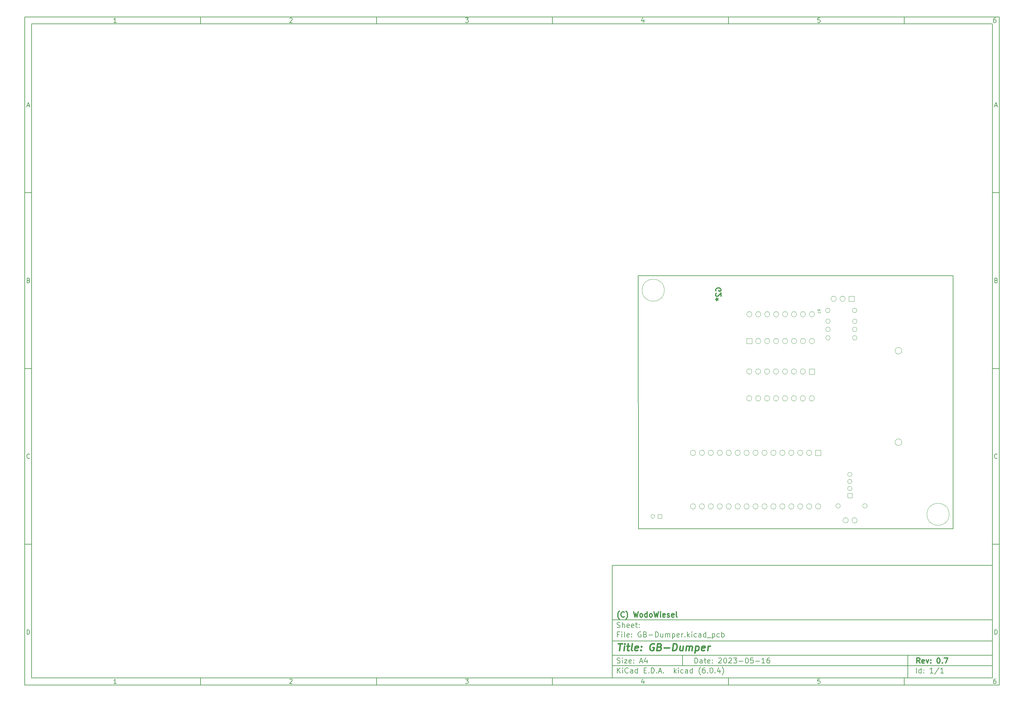
<source format=gbr>
%TF.GenerationSoftware,KiCad,Pcbnew,(6.0.4)*%
%TF.CreationDate,2023-10-22T17:32:39+02:00*%
%TF.ProjectId,GB-Dumper,47422d44-756d-4706-9572-2e6b69636164,0.7*%
%TF.SameCoordinates,Original*%
%TF.FileFunction,AssemblyDrawing,Bot*%
%FSLAX46Y46*%
G04 Gerber Fmt 4.6, Leading zero omitted, Abs format (unit mm)*
G04 Created by KiCad (PCBNEW (6.0.4)) date 2023-10-22 17:32:39*
%MOMM*%
%LPD*%
G01*
G04 APERTURE LIST*
%ADD10C,0.100000*%
%ADD11C,0.150000*%
%ADD12C,0.300000*%
%ADD13C,0.400000*%
%TA.AperFunction,Profile*%
%ADD14C,0.150000*%
%TD*%
%ADD15C,0.108000*%
G04 APERTURE END LIST*
D10*
D11*
X177002200Y-166007200D02*
X177002200Y-198007200D01*
X285002200Y-198007200D01*
X285002200Y-166007200D01*
X177002200Y-166007200D01*
D10*
D11*
X10000000Y-10000000D02*
X10000000Y-200007200D01*
X287002200Y-200007200D01*
X287002200Y-10000000D01*
X10000000Y-10000000D01*
D10*
D11*
X12000000Y-12000000D02*
X12000000Y-198007200D01*
X285002200Y-198007200D01*
X285002200Y-12000000D01*
X12000000Y-12000000D01*
D10*
D11*
X60000000Y-12000000D02*
X60000000Y-10000000D01*
D10*
D11*
X110000000Y-12000000D02*
X110000000Y-10000000D01*
D10*
D11*
X160000000Y-12000000D02*
X160000000Y-10000000D01*
D10*
D11*
X210000000Y-12000000D02*
X210000000Y-10000000D01*
D10*
D11*
X260000000Y-12000000D02*
X260000000Y-10000000D01*
D10*
D11*
X36065476Y-11588095D02*
X35322619Y-11588095D01*
X35694047Y-11588095D02*
X35694047Y-10288095D01*
X35570238Y-10473809D01*
X35446428Y-10597619D01*
X35322619Y-10659523D01*
D10*
D11*
X85322619Y-10411904D02*
X85384523Y-10350000D01*
X85508333Y-10288095D01*
X85817857Y-10288095D01*
X85941666Y-10350000D01*
X86003571Y-10411904D01*
X86065476Y-10535714D01*
X86065476Y-10659523D01*
X86003571Y-10845238D01*
X85260714Y-11588095D01*
X86065476Y-11588095D01*
D10*
D11*
X135260714Y-10288095D02*
X136065476Y-10288095D01*
X135632142Y-10783333D01*
X135817857Y-10783333D01*
X135941666Y-10845238D01*
X136003571Y-10907142D01*
X136065476Y-11030952D01*
X136065476Y-11340476D01*
X136003571Y-11464285D01*
X135941666Y-11526190D01*
X135817857Y-11588095D01*
X135446428Y-11588095D01*
X135322619Y-11526190D01*
X135260714Y-11464285D01*
D10*
D11*
X185941666Y-10721428D02*
X185941666Y-11588095D01*
X185632142Y-10226190D02*
X185322619Y-11154761D01*
X186127380Y-11154761D01*
D10*
D11*
X236003571Y-10288095D02*
X235384523Y-10288095D01*
X235322619Y-10907142D01*
X235384523Y-10845238D01*
X235508333Y-10783333D01*
X235817857Y-10783333D01*
X235941666Y-10845238D01*
X236003571Y-10907142D01*
X236065476Y-11030952D01*
X236065476Y-11340476D01*
X236003571Y-11464285D01*
X235941666Y-11526190D01*
X235817857Y-11588095D01*
X235508333Y-11588095D01*
X235384523Y-11526190D01*
X235322619Y-11464285D01*
D10*
D11*
X285941666Y-10288095D02*
X285694047Y-10288095D01*
X285570238Y-10350000D01*
X285508333Y-10411904D01*
X285384523Y-10597619D01*
X285322619Y-10845238D01*
X285322619Y-11340476D01*
X285384523Y-11464285D01*
X285446428Y-11526190D01*
X285570238Y-11588095D01*
X285817857Y-11588095D01*
X285941666Y-11526190D01*
X286003571Y-11464285D01*
X286065476Y-11340476D01*
X286065476Y-11030952D01*
X286003571Y-10907142D01*
X285941666Y-10845238D01*
X285817857Y-10783333D01*
X285570238Y-10783333D01*
X285446428Y-10845238D01*
X285384523Y-10907142D01*
X285322619Y-11030952D01*
D10*
D11*
X60000000Y-198007200D02*
X60000000Y-200007200D01*
D10*
D11*
X110000000Y-198007200D02*
X110000000Y-200007200D01*
D10*
D11*
X160000000Y-198007200D02*
X160000000Y-200007200D01*
D10*
D11*
X210000000Y-198007200D02*
X210000000Y-200007200D01*
D10*
D11*
X260000000Y-198007200D02*
X260000000Y-200007200D01*
D10*
D11*
X36065476Y-199595295D02*
X35322619Y-199595295D01*
X35694047Y-199595295D02*
X35694047Y-198295295D01*
X35570238Y-198481009D01*
X35446428Y-198604819D01*
X35322619Y-198666723D01*
D10*
D11*
X85322619Y-198419104D02*
X85384523Y-198357200D01*
X85508333Y-198295295D01*
X85817857Y-198295295D01*
X85941666Y-198357200D01*
X86003571Y-198419104D01*
X86065476Y-198542914D01*
X86065476Y-198666723D01*
X86003571Y-198852438D01*
X85260714Y-199595295D01*
X86065476Y-199595295D01*
D10*
D11*
X135260714Y-198295295D02*
X136065476Y-198295295D01*
X135632142Y-198790533D01*
X135817857Y-198790533D01*
X135941666Y-198852438D01*
X136003571Y-198914342D01*
X136065476Y-199038152D01*
X136065476Y-199347676D01*
X136003571Y-199471485D01*
X135941666Y-199533390D01*
X135817857Y-199595295D01*
X135446428Y-199595295D01*
X135322619Y-199533390D01*
X135260714Y-199471485D01*
D10*
D11*
X185941666Y-198728628D02*
X185941666Y-199595295D01*
X185632142Y-198233390D02*
X185322619Y-199161961D01*
X186127380Y-199161961D01*
D10*
D11*
X236003571Y-198295295D02*
X235384523Y-198295295D01*
X235322619Y-198914342D01*
X235384523Y-198852438D01*
X235508333Y-198790533D01*
X235817857Y-198790533D01*
X235941666Y-198852438D01*
X236003571Y-198914342D01*
X236065476Y-199038152D01*
X236065476Y-199347676D01*
X236003571Y-199471485D01*
X235941666Y-199533390D01*
X235817857Y-199595295D01*
X235508333Y-199595295D01*
X235384523Y-199533390D01*
X235322619Y-199471485D01*
D10*
D11*
X285941666Y-198295295D02*
X285694047Y-198295295D01*
X285570238Y-198357200D01*
X285508333Y-198419104D01*
X285384523Y-198604819D01*
X285322619Y-198852438D01*
X285322619Y-199347676D01*
X285384523Y-199471485D01*
X285446428Y-199533390D01*
X285570238Y-199595295D01*
X285817857Y-199595295D01*
X285941666Y-199533390D01*
X286003571Y-199471485D01*
X286065476Y-199347676D01*
X286065476Y-199038152D01*
X286003571Y-198914342D01*
X285941666Y-198852438D01*
X285817857Y-198790533D01*
X285570238Y-198790533D01*
X285446428Y-198852438D01*
X285384523Y-198914342D01*
X285322619Y-199038152D01*
D10*
D11*
X10000000Y-60000000D02*
X12000000Y-60000000D01*
D10*
D11*
X10000000Y-110000000D02*
X12000000Y-110000000D01*
D10*
D11*
X10000000Y-160000000D02*
X12000000Y-160000000D01*
D10*
D11*
X10690476Y-35216666D02*
X11309523Y-35216666D01*
X10566666Y-35588095D02*
X11000000Y-34288095D01*
X11433333Y-35588095D01*
D10*
D11*
X11092857Y-84907142D02*
X11278571Y-84969047D01*
X11340476Y-85030952D01*
X11402380Y-85154761D01*
X11402380Y-85340476D01*
X11340476Y-85464285D01*
X11278571Y-85526190D01*
X11154761Y-85588095D01*
X10659523Y-85588095D01*
X10659523Y-84288095D01*
X11092857Y-84288095D01*
X11216666Y-84350000D01*
X11278571Y-84411904D01*
X11340476Y-84535714D01*
X11340476Y-84659523D01*
X11278571Y-84783333D01*
X11216666Y-84845238D01*
X11092857Y-84907142D01*
X10659523Y-84907142D01*
D10*
D11*
X11402380Y-135464285D02*
X11340476Y-135526190D01*
X11154761Y-135588095D01*
X11030952Y-135588095D01*
X10845238Y-135526190D01*
X10721428Y-135402380D01*
X10659523Y-135278571D01*
X10597619Y-135030952D01*
X10597619Y-134845238D01*
X10659523Y-134597619D01*
X10721428Y-134473809D01*
X10845238Y-134350000D01*
X11030952Y-134288095D01*
X11154761Y-134288095D01*
X11340476Y-134350000D01*
X11402380Y-134411904D01*
D10*
D11*
X10659523Y-185588095D02*
X10659523Y-184288095D01*
X10969047Y-184288095D01*
X11154761Y-184350000D01*
X11278571Y-184473809D01*
X11340476Y-184597619D01*
X11402380Y-184845238D01*
X11402380Y-185030952D01*
X11340476Y-185278571D01*
X11278571Y-185402380D01*
X11154761Y-185526190D01*
X10969047Y-185588095D01*
X10659523Y-185588095D01*
D10*
D11*
X287002200Y-60000000D02*
X285002200Y-60000000D01*
D10*
D11*
X287002200Y-110000000D02*
X285002200Y-110000000D01*
D10*
D11*
X287002200Y-160000000D02*
X285002200Y-160000000D01*
D10*
D11*
X285692676Y-35216666D02*
X286311723Y-35216666D01*
X285568866Y-35588095D02*
X286002200Y-34288095D01*
X286435533Y-35588095D01*
D10*
D11*
X286095057Y-84907142D02*
X286280771Y-84969047D01*
X286342676Y-85030952D01*
X286404580Y-85154761D01*
X286404580Y-85340476D01*
X286342676Y-85464285D01*
X286280771Y-85526190D01*
X286156961Y-85588095D01*
X285661723Y-85588095D01*
X285661723Y-84288095D01*
X286095057Y-84288095D01*
X286218866Y-84350000D01*
X286280771Y-84411904D01*
X286342676Y-84535714D01*
X286342676Y-84659523D01*
X286280771Y-84783333D01*
X286218866Y-84845238D01*
X286095057Y-84907142D01*
X285661723Y-84907142D01*
D10*
D11*
X286404580Y-135464285D02*
X286342676Y-135526190D01*
X286156961Y-135588095D01*
X286033152Y-135588095D01*
X285847438Y-135526190D01*
X285723628Y-135402380D01*
X285661723Y-135278571D01*
X285599819Y-135030952D01*
X285599819Y-134845238D01*
X285661723Y-134597619D01*
X285723628Y-134473809D01*
X285847438Y-134350000D01*
X286033152Y-134288095D01*
X286156961Y-134288095D01*
X286342676Y-134350000D01*
X286404580Y-134411904D01*
D10*
D11*
X285661723Y-185588095D02*
X285661723Y-184288095D01*
X285971247Y-184288095D01*
X286156961Y-184350000D01*
X286280771Y-184473809D01*
X286342676Y-184597619D01*
X286404580Y-184845238D01*
X286404580Y-185030952D01*
X286342676Y-185278571D01*
X286280771Y-185402380D01*
X286156961Y-185526190D01*
X285971247Y-185588095D01*
X285661723Y-185588095D01*
D10*
D11*
X200434342Y-193785771D02*
X200434342Y-192285771D01*
X200791485Y-192285771D01*
X201005771Y-192357200D01*
X201148628Y-192500057D01*
X201220057Y-192642914D01*
X201291485Y-192928628D01*
X201291485Y-193142914D01*
X201220057Y-193428628D01*
X201148628Y-193571485D01*
X201005771Y-193714342D01*
X200791485Y-193785771D01*
X200434342Y-193785771D01*
X202577200Y-193785771D02*
X202577200Y-193000057D01*
X202505771Y-192857200D01*
X202362914Y-192785771D01*
X202077200Y-192785771D01*
X201934342Y-192857200D01*
X202577200Y-193714342D02*
X202434342Y-193785771D01*
X202077200Y-193785771D01*
X201934342Y-193714342D01*
X201862914Y-193571485D01*
X201862914Y-193428628D01*
X201934342Y-193285771D01*
X202077200Y-193214342D01*
X202434342Y-193214342D01*
X202577200Y-193142914D01*
X203077200Y-192785771D02*
X203648628Y-192785771D01*
X203291485Y-192285771D02*
X203291485Y-193571485D01*
X203362914Y-193714342D01*
X203505771Y-193785771D01*
X203648628Y-193785771D01*
X204720057Y-193714342D02*
X204577200Y-193785771D01*
X204291485Y-193785771D01*
X204148628Y-193714342D01*
X204077200Y-193571485D01*
X204077200Y-193000057D01*
X204148628Y-192857200D01*
X204291485Y-192785771D01*
X204577200Y-192785771D01*
X204720057Y-192857200D01*
X204791485Y-193000057D01*
X204791485Y-193142914D01*
X204077200Y-193285771D01*
X205434342Y-193642914D02*
X205505771Y-193714342D01*
X205434342Y-193785771D01*
X205362914Y-193714342D01*
X205434342Y-193642914D01*
X205434342Y-193785771D01*
X205434342Y-192857200D02*
X205505771Y-192928628D01*
X205434342Y-193000057D01*
X205362914Y-192928628D01*
X205434342Y-192857200D01*
X205434342Y-193000057D01*
X207220057Y-192428628D02*
X207291485Y-192357200D01*
X207434342Y-192285771D01*
X207791485Y-192285771D01*
X207934342Y-192357200D01*
X208005771Y-192428628D01*
X208077200Y-192571485D01*
X208077200Y-192714342D01*
X208005771Y-192928628D01*
X207148628Y-193785771D01*
X208077200Y-193785771D01*
X209005771Y-192285771D02*
X209148628Y-192285771D01*
X209291485Y-192357200D01*
X209362914Y-192428628D01*
X209434342Y-192571485D01*
X209505771Y-192857200D01*
X209505771Y-193214342D01*
X209434342Y-193500057D01*
X209362914Y-193642914D01*
X209291485Y-193714342D01*
X209148628Y-193785771D01*
X209005771Y-193785771D01*
X208862914Y-193714342D01*
X208791485Y-193642914D01*
X208720057Y-193500057D01*
X208648628Y-193214342D01*
X208648628Y-192857200D01*
X208720057Y-192571485D01*
X208791485Y-192428628D01*
X208862914Y-192357200D01*
X209005771Y-192285771D01*
X210077200Y-192428628D02*
X210148628Y-192357200D01*
X210291485Y-192285771D01*
X210648628Y-192285771D01*
X210791485Y-192357200D01*
X210862914Y-192428628D01*
X210934342Y-192571485D01*
X210934342Y-192714342D01*
X210862914Y-192928628D01*
X210005771Y-193785771D01*
X210934342Y-193785771D01*
X211434342Y-192285771D02*
X212362914Y-192285771D01*
X211862914Y-192857200D01*
X212077200Y-192857200D01*
X212220057Y-192928628D01*
X212291485Y-193000057D01*
X212362914Y-193142914D01*
X212362914Y-193500057D01*
X212291485Y-193642914D01*
X212220057Y-193714342D01*
X212077200Y-193785771D01*
X211648628Y-193785771D01*
X211505771Y-193714342D01*
X211434342Y-193642914D01*
X213005771Y-193214342D02*
X214148628Y-193214342D01*
X215148628Y-192285771D02*
X215291485Y-192285771D01*
X215434342Y-192357200D01*
X215505771Y-192428628D01*
X215577200Y-192571485D01*
X215648628Y-192857200D01*
X215648628Y-193214342D01*
X215577200Y-193500057D01*
X215505771Y-193642914D01*
X215434342Y-193714342D01*
X215291485Y-193785771D01*
X215148628Y-193785771D01*
X215005771Y-193714342D01*
X214934342Y-193642914D01*
X214862914Y-193500057D01*
X214791485Y-193214342D01*
X214791485Y-192857200D01*
X214862914Y-192571485D01*
X214934342Y-192428628D01*
X215005771Y-192357200D01*
X215148628Y-192285771D01*
X217005771Y-192285771D02*
X216291485Y-192285771D01*
X216220057Y-193000057D01*
X216291485Y-192928628D01*
X216434342Y-192857200D01*
X216791485Y-192857200D01*
X216934342Y-192928628D01*
X217005771Y-193000057D01*
X217077200Y-193142914D01*
X217077200Y-193500057D01*
X217005771Y-193642914D01*
X216934342Y-193714342D01*
X216791485Y-193785771D01*
X216434342Y-193785771D01*
X216291485Y-193714342D01*
X216220057Y-193642914D01*
X217720057Y-193214342D02*
X218862914Y-193214342D01*
X220362914Y-193785771D02*
X219505771Y-193785771D01*
X219934342Y-193785771D02*
X219934342Y-192285771D01*
X219791485Y-192500057D01*
X219648628Y-192642914D01*
X219505771Y-192714342D01*
X221648628Y-192285771D02*
X221362914Y-192285771D01*
X221220057Y-192357200D01*
X221148628Y-192428628D01*
X221005771Y-192642914D01*
X220934342Y-192928628D01*
X220934342Y-193500057D01*
X221005771Y-193642914D01*
X221077200Y-193714342D01*
X221220057Y-193785771D01*
X221505771Y-193785771D01*
X221648628Y-193714342D01*
X221720057Y-193642914D01*
X221791485Y-193500057D01*
X221791485Y-193142914D01*
X221720057Y-193000057D01*
X221648628Y-192928628D01*
X221505771Y-192857200D01*
X221220057Y-192857200D01*
X221077200Y-192928628D01*
X221005771Y-193000057D01*
X220934342Y-193142914D01*
D10*
D11*
X177002200Y-194507200D02*
X285002200Y-194507200D01*
D10*
D11*
X178434342Y-196585771D02*
X178434342Y-195085771D01*
X179291485Y-196585771D02*
X178648628Y-195728628D01*
X179291485Y-195085771D02*
X178434342Y-195942914D01*
X179934342Y-196585771D02*
X179934342Y-195585771D01*
X179934342Y-195085771D02*
X179862914Y-195157200D01*
X179934342Y-195228628D01*
X180005771Y-195157200D01*
X179934342Y-195085771D01*
X179934342Y-195228628D01*
X181505771Y-196442914D02*
X181434342Y-196514342D01*
X181220057Y-196585771D01*
X181077200Y-196585771D01*
X180862914Y-196514342D01*
X180720057Y-196371485D01*
X180648628Y-196228628D01*
X180577200Y-195942914D01*
X180577200Y-195728628D01*
X180648628Y-195442914D01*
X180720057Y-195300057D01*
X180862914Y-195157200D01*
X181077200Y-195085771D01*
X181220057Y-195085771D01*
X181434342Y-195157200D01*
X181505771Y-195228628D01*
X182791485Y-196585771D02*
X182791485Y-195800057D01*
X182720057Y-195657200D01*
X182577200Y-195585771D01*
X182291485Y-195585771D01*
X182148628Y-195657200D01*
X182791485Y-196514342D02*
X182648628Y-196585771D01*
X182291485Y-196585771D01*
X182148628Y-196514342D01*
X182077200Y-196371485D01*
X182077200Y-196228628D01*
X182148628Y-196085771D01*
X182291485Y-196014342D01*
X182648628Y-196014342D01*
X182791485Y-195942914D01*
X184148628Y-196585771D02*
X184148628Y-195085771D01*
X184148628Y-196514342D02*
X184005771Y-196585771D01*
X183720057Y-196585771D01*
X183577200Y-196514342D01*
X183505771Y-196442914D01*
X183434342Y-196300057D01*
X183434342Y-195871485D01*
X183505771Y-195728628D01*
X183577200Y-195657200D01*
X183720057Y-195585771D01*
X184005771Y-195585771D01*
X184148628Y-195657200D01*
X186005771Y-195800057D02*
X186505771Y-195800057D01*
X186720057Y-196585771D02*
X186005771Y-196585771D01*
X186005771Y-195085771D01*
X186720057Y-195085771D01*
X187362914Y-196442914D02*
X187434342Y-196514342D01*
X187362914Y-196585771D01*
X187291485Y-196514342D01*
X187362914Y-196442914D01*
X187362914Y-196585771D01*
X188077200Y-196585771D02*
X188077200Y-195085771D01*
X188434342Y-195085771D01*
X188648628Y-195157200D01*
X188791485Y-195300057D01*
X188862914Y-195442914D01*
X188934342Y-195728628D01*
X188934342Y-195942914D01*
X188862914Y-196228628D01*
X188791485Y-196371485D01*
X188648628Y-196514342D01*
X188434342Y-196585771D01*
X188077200Y-196585771D01*
X189577200Y-196442914D02*
X189648628Y-196514342D01*
X189577200Y-196585771D01*
X189505771Y-196514342D01*
X189577200Y-196442914D01*
X189577200Y-196585771D01*
X190220057Y-196157200D02*
X190934342Y-196157200D01*
X190077200Y-196585771D02*
X190577200Y-195085771D01*
X191077200Y-196585771D01*
X191577200Y-196442914D02*
X191648628Y-196514342D01*
X191577200Y-196585771D01*
X191505771Y-196514342D01*
X191577200Y-196442914D01*
X191577200Y-196585771D01*
X194577200Y-196585771D02*
X194577200Y-195085771D01*
X194720057Y-196014342D02*
X195148628Y-196585771D01*
X195148628Y-195585771D02*
X194577200Y-196157200D01*
X195791485Y-196585771D02*
X195791485Y-195585771D01*
X195791485Y-195085771D02*
X195720057Y-195157200D01*
X195791485Y-195228628D01*
X195862914Y-195157200D01*
X195791485Y-195085771D01*
X195791485Y-195228628D01*
X197148628Y-196514342D02*
X197005771Y-196585771D01*
X196720057Y-196585771D01*
X196577200Y-196514342D01*
X196505771Y-196442914D01*
X196434342Y-196300057D01*
X196434342Y-195871485D01*
X196505771Y-195728628D01*
X196577200Y-195657200D01*
X196720057Y-195585771D01*
X197005771Y-195585771D01*
X197148628Y-195657200D01*
X198434342Y-196585771D02*
X198434342Y-195800057D01*
X198362914Y-195657200D01*
X198220057Y-195585771D01*
X197934342Y-195585771D01*
X197791485Y-195657200D01*
X198434342Y-196514342D02*
X198291485Y-196585771D01*
X197934342Y-196585771D01*
X197791485Y-196514342D01*
X197720057Y-196371485D01*
X197720057Y-196228628D01*
X197791485Y-196085771D01*
X197934342Y-196014342D01*
X198291485Y-196014342D01*
X198434342Y-195942914D01*
X199791485Y-196585771D02*
X199791485Y-195085771D01*
X199791485Y-196514342D02*
X199648628Y-196585771D01*
X199362914Y-196585771D01*
X199220057Y-196514342D01*
X199148628Y-196442914D01*
X199077200Y-196300057D01*
X199077200Y-195871485D01*
X199148628Y-195728628D01*
X199220057Y-195657200D01*
X199362914Y-195585771D01*
X199648628Y-195585771D01*
X199791485Y-195657200D01*
X202077200Y-197157200D02*
X202005771Y-197085771D01*
X201862914Y-196871485D01*
X201791485Y-196728628D01*
X201720057Y-196514342D01*
X201648628Y-196157200D01*
X201648628Y-195871485D01*
X201720057Y-195514342D01*
X201791485Y-195300057D01*
X201862914Y-195157200D01*
X202005771Y-194942914D01*
X202077200Y-194871485D01*
X203291485Y-195085771D02*
X203005771Y-195085771D01*
X202862914Y-195157200D01*
X202791485Y-195228628D01*
X202648628Y-195442914D01*
X202577200Y-195728628D01*
X202577200Y-196300057D01*
X202648628Y-196442914D01*
X202720057Y-196514342D01*
X202862914Y-196585771D01*
X203148628Y-196585771D01*
X203291485Y-196514342D01*
X203362914Y-196442914D01*
X203434342Y-196300057D01*
X203434342Y-195942914D01*
X203362914Y-195800057D01*
X203291485Y-195728628D01*
X203148628Y-195657200D01*
X202862914Y-195657200D01*
X202720057Y-195728628D01*
X202648628Y-195800057D01*
X202577200Y-195942914D01*
X204077200Y-196442914D02*
X204148628Y-196514342D01*
X204077200Y-196585771D01*
X204005771Y-196514342D01*
X204077200Y-196442914D01*
X204077200Y-196585771D01*
X205077200Y-195085771D02*
X205220057Y-195085771D01*
X205362914Y-195157200D01*
X205434342Y-195228628D01*
X205505771Y-195371485D01*
X205577200Y-195657200D01*
X205577200Y-196014342D01*
X205505771Y-196300057D01*
X205434342Y-196442914D01*
X205362914Y-196514342D01*
X205220057Y-196585771D01*
X205077200Y-196585771D01*
X204934342Y-196514342D01*
X204862914Y-196442914D01*
X204791485Y-196300057D01*
X204720057Y-196014342D01*
X204720057Y-195657200D01*
X204791485Y-195371485D01*
X204862914Y-195228628D01*
X204934342Y-195157200D01*
X205077200Y-195085771D01*
X206220057Y-196442914D02*
X206291485Y-196514342D01*
X206220057Y-196585771D01*
X206148628Y-196514342D01*
X206220057Y-196442914D01*
X206220057Y-196585771D01*
X207577200Y-195585771D02*
X207577200Y-196585771D01*
X207220057Y-195014342D02*
X206862914Y-196085771D01*
X207791485Y-196085771D01*
X208220057Y-197157200D02*
X208291485Y-197085771D01*
X208434342Y-196871485D01*
X208505771Y-196728628D01*
X208577200Y-196514342D01*
X208648628Y-196157200D01*
X208648628Y-195871485D01*
X208577200Y-195514342D01*
X208505771Y-195300057D01*
X208434342Y-195157200D01*
X208291485Y-194942914D01*
X208220057Y-194871485D01*
D10*
D11*
X177002200Y-191507200D02*
X285002200Y-191507200D01*
D10*
D12*
X264411485Y-193785771D02*
X263911485Y-193071485D01*
X263554342Y-193785771D02*
X263554342Y-192285771D01*
X264125771Y-192285771D01*
X264268628Y-192357200D01*
X264340057Y-192428628D01*
X264411485Y-192571485D01*
X264411485Y-192785771D01*
X264340057Y-192928628D01*
X264268628Y-193000057D01*
X264125771Y-193071485D01*
X263554342Y-193071485D01*
X265625771Y-193714342D02*
X265482914Y-193785771D01*
X265197200Y-193785771D01*
X265054342Y-193714342D01*
X264982914Y-193571485D01*
X264982914Y-193000057D01*
X265054342Y-192857200D01*
X265197200Y-192785771D01*
X265482914Y-192785771D01*
X265625771Y-192857200D01*
X265697200Y-193000057D01*
X265697200Y-193142914D01*
X264982914Y-193285771D01*
X266197200Y-192785771D02*
X266554342Y-193785771D01*
X266911485Y-192785771D01*
X267482914Y-193642914D02*
X267554342Y-193714342D01*
X267482914Y-193785771D01*
X267411485Y-193714342D01*
X267482914Y-193642914D01*
X267482914Y-193785771D01*
X267482914Y-192857200D02*
X267554342Y-192928628D01*
X267482914Y-193000057D01*
X267411485Y-192928628D01*
X267482914Y-192857200D01*
X267482914Y-193000057D01*
X269625771Y-192285771D02*
X269768628Y-192285771D01*
X269911485Y-192357200D01*
X269982914Y-192428628D01*
X270054342Y-192571485D01*
X270125771Y-192857200D01*
X270125771Y-193214342D01*
X270054342Y-193500057D01*
X269982914Y-193642914D01*
X269911485Y-193714342D01*
X269768628Y-193785771D01*
X269625771Y-193785771D01*
X269482914Y-193714342D01*
X269411485Y-193642914D01*
X269340057Y-193500057D01*
X269268628Y-193214342D01*
X269268628Y-192857200D01*
X269340057Y-192571485D01*
X269411485Y-192428628D01*
X269482914Y-192357200D01*
X269625771Y-192285771D01*
X270768628Y-193642914D02*
X270840057Y-193714342D01*
X270768628Y-193785771D01*
X270697200Y-193714342D01*
X270768628Y-193642914D01*
X270768628Y-193785771D01*
X271340057Y-192285771D02*
X272340057Y-192285771D01*
X271697200Y-193785771D01*
D10*
D11*
X178362914Y-193714342D02*
X178577200Y-193785771D01*
X178934342Y-193785771D01*
X179077200Y-193714342D01*
X179148628Y-193642914D01*
X179220057Y-193500057D01*
X179220057Y-193357200D01*
X179148628Y-193214342D01*
X179077200Y-193142914D01*
X178934342Y-193071485D01*
X178648628Y-193000057D01*
X178505771Y-192928628D01*
X178434342Y-192857200D01*
X178362914Y-192714342D01*
X178362914Y-192571485D01*
X178434342Y-192428628D01*
X178505771Y-192357200D01*
X178648628Y-192285771D01*
X179005771Y-192285771D01*
X179220057Y-192357200D01*
X179862914Y-193785771D02*
X179862914Y-192785771D01*
X179862914Y-192285771D02*
X179791485Y-192357200D01*
X179862914Y-192428628D01*
X179934342Y-192357200D01*
X179862914Y-192285771D01*
X179862914Y-192428628D01*
X180434342Y-192785771D02*
X181220057Y-192785771D01*
X180434342Y-193785771D01*
X181220057Y-193785771D01*
X182362914Y-193714342D02*
X182220057Y-193785771D01*
X181934342Y-193785771D01*
X181791485Y-193714342D01*
X181720057Y-193571485D01*
X181720057Y-193000057D01*
X181791485Y-192857200D01*
X181934342Y-192785771D01*
X182220057Y-192785771D01*
X182362914Y-192857200D01*
X182434342Y-193000057D01*
X182434342Y-193142914D01*
X181720057Y-193285771D01*
X183077200Y-193642914D02*
X183148628Y-193714342D01*
X183077200Y-193785771D01*
X183005771Y-193714342D01*
X183077200Y-193642914D01*
X183077200Y-193785771D01*
X183077200Y-192857200D02*
X183148628Y-192928628D01*
X183077200Y-193000057D01*
X183005771Y-192928628D01*
X183077200Y-192857200D01*
X183077200Y-193000057D01*
X184862914Y-193357200D02*
X185577200Y-193357200D01*
X184720057Y-193785771D02*
X185220057Y-192285771D01*
X185720057Y-193785771D01*
X186862914Y-192785771D02*
X186862914Y-193785771D01*
X186505771Y-192214342D02*
X186148628Y-193285771D01*
X187077200Y-193285771D01*
D10*
D11*
X263434342Y-196585771D02*
X263434342Y-195085771D01*
X264791485Y-196585771D02*
X264791485Y-195085771D01*
X264791485Y-196514342D02*
X264648628Y-196585771D01*
X264362914Y-196585771D01*
X264220057Y-196514342D01*
X264148628Y-196442914D01*
X264077200Y-196300057D01*
X264077200Y-195871485D01*
X264148628Y-195728628D01*
X264220057Y-195657200D01*
X264362914Y-195585771D01*
X264648628Y-195585771D01*
X264791485Y-195657200D01*
X265505771Y-196442914D02*
X265577200Y-196514342D01*
X265505771Y-196585771D01*
X265434342Y-196514342D01*
X265505771Y-196442914D01*
X265505771Y-196585771D01*
X265505771Y-195657200D02*
X265577200Y-195728628D01*
X265505771Y-195800057D01*
X265434342Y-195728628D01*
X265505771Y-195657200D01*
X265505771Y-195800057D01*
X268148628Y-196585771D02*
X267291485Y-196585771D01*
X267720057Y-196585771D02*
X267720057Y-195085771D01*
X267577200Y-195300057D01*
X267434342Y-195442914D01*
X267291485Y-195514342D01*
X269862914Y-195014342D02*
X268577200Y-196942914D01*
X271148628Y-196585771D02*
X270291485Y-196585771D01*
X270720057Y-196585771D02*
X270720057Y-195085771D01*
X270577200Y-195300057D01*
X270434342Y-195442914D01*
X270291485Y-195514342D01*
D10*
D11*
X177002200Y-187507200D02*
X285002200Y-187507200D01*
D10*
D13*
X178714580Y-188211961D02*
X179857438Y-188211961D01*
X179036009Y-190211961D02*
X179286009Y-188211961D01*
X180274104Y-190211961D02*
X180440771Y-188878628D01*
X180524104Y-188211961D02*
X180416961Y-188307200D01*
X180500295Y-188402438D01*
X180607438Y-188307200D01*
X180524104Y-188211961D01*
X180500295Y-188402438D01*
X181107438Y-188878628D02*
X181869342Y-188878628D01*
X181476485Y-188211961D02*
X181262200Y-189926247D01*
X181333628Y-190116723D01*
X181512200Y-190211961D01*
X181702676Y-190211961D01*
X182655057Y-190211961D02*
X182476485Y-190116723D01*
X182405057Y-189926247D01*
X182619342Y-188211961D01*
X184190771Y-190116723D02*
X183988390Y-190211961D01*
X183607438Y-190211961D01*
X183428866Y-190116723D01*
X183357438Y-189926247D01*
X183452676Y-189164342D01*
X183571723Y-188973866D01*
X183774104Y-188878628D01*
X184155057Y-188878628D01*
X184333628Y-188973866D01*
X184405057Y-189164342D01*
X184381247Y-189354819D01*
X183405057Y-189545295D01*
X185155057Y-190021485D02*
X185238390Y-190116723D01*
X185131247Y-190211961D01*
X185047914Y-190116723D01*
X185155057Y-190021485D01*
X185131247Y-190211961D01*
X185286009Y-188973866D02*
X185369342Y-189069104D01*
X185262200Y-189164342D01*
X185178866Y-189069104D01*
X185286009Y-188973866D01*
X185262200Y-189164342D01*
X188893152Y-188307200D02*
X188714580Y-188211961D01*
X188428866Y-188211961D01*
X188131247Y-188307200D01*
X187916961Y-188497676D01*
X187797914Y-188688152D01*
X187655057Y-189069104D01*
X187619342Y-189354819D01*
X187666961Y-189735771D01*
X187738390Y-189926247D01*
X187905057Y-190116723D01*
X188178866Y-190211961D01*
X188369342Y-190211961D01*
X188666961Y-190116723D01*
X188774104Y-190021485D01*
X188857438Y-189354819D01*
X188476485Y-189354819D01*
X190405057Y-189164342D02*
X190678866Y-189259580D01*
X190762200Y-189354819D01*
X190833628Y-189545295D01*
X190797914Y-189831009D01*
X190678866Y-190021485D01*
X190571723Y-190116723D01*
X190369342Y-190211961D01*
X189607438Y-190211961D01*
X189857438Y-188211961D01*
X190524104Y-188211961D01*
X190702676Y-188307200D01*
X190786009Y-188402438D01*
X190857438Y-188592914D01*
X190833628Y-188783390D01*
X190714580Y-188973866D01*
X190607438Y-189069104D01*
X190405057Y-189164342D01*
X189738390Y-189164342D01*
X191702676Y-189450057D02*
X193226485Y-189450057D01*
X194083628Y-190211961D02*
X194333628Y-188211961D01*
X194809819Y-188211961D01*
X195083628Y-188307200D01*
X195250295Y-188497676D01*
X195321723Y-188688152D01*
X195369342Y-189069104D01*
X195333628Y-189354819D01*
X195190771Y-189735771D01*
X195071723Y-189926247D01*
X194857438Y-190116723D01*
X194559819Y-190211961D01*
X194083628Y-190211961D01*
X197107438Y-188878628D02*
X196940771Y-190211961D01*
X196250295Y-188878628D02*
X196119342Y-189926247D01*
X196190771Y-190116723D01*
X196369342Y-190211961D01*
X196655057Y-190211961D01*
X196857438Y-190116723D01*
X196964580Y-190021485D01*
X197893152Y-190211961D02*
X198059819Y-188878628D01*
X198036009Y-189069104D02*
X198143152Y-188973866D01*
X198345533Y-188878628D01*
X198631247Y-188878628D01*
X198809819Y-188973866D01*
X198881247Y-189164342D01*
X198750295Y-190211961D01*
X198881247Y-189164342D02*
X199000295Y-188973866D01*
X199202676Y-188878628D01*
X199488390Y-188878628D01*
X199666961Y-188973866D01*
X199738390Y-189164342D01*
X199607438Y-190211961D01*
X200726485Y-188878628D02*
X200476485Y-190878628D01*
X200714580Y-188973866D02*
X200916961Y-188878628D01*
X201297914Y-188878628D01*
X201476485Y-188973866D01*
X201559819Y-189069104D01*
X201631247Y-189259580D01*
X201559819Y-189831009D01*
X201440771Y-190021485D01*
X201333628Y-190116723D01*
X201131247Y-190211961D01*
X200750295Y-190211961D01*
X200571723Y-190116723D01*
X203143152Y-190116723D02*
X202940771Y-190211961D01*
X202559819Y-190211961D01*
X202381247Y-190116723D01*
X202309819Y-189926247D01*
X202405057Y-189164342D01*
X202524104Y-188973866D01*
X202726485Y-188878628D01*
X203107438Y-188878628D01*
X203286009Y-188973866D01*
X203357438Y-189164342D01*
X203333628Y-189354819D01*
X202357438Y-189545295D01*
X204083628Y-190211961D02*
X204250295Y-188878628D01*
X204202676Y-189259580D02*
X204321723Y-189069104D01*
X204428866Y-188973866D01*
X204631247Y-188878628D01*
X204821723Y-188878628D01*
D10*
D11*
X178934342Y-185600057D02*
X178434342Y-185600057D01*
X178434342Y-186385771D02*
X178434342Y-184885771D01*
X179148628Y-184885771D01*
X179720057Y-186385771D02*
X179720057Y-185385771D01*
X179720057Y-184885771D02*
X179648628Y-184957200D01*
X179720057Y-185028628D01*
X179791485Y-184957200D01*
X179720057Y-184885771D01*
X179720057Y-185028628D01*
X180648628Y-186385771D02*
X180505771Y-186314342D01*
X180434342Y-186171485D01*
X180434342Y-184885771D01*
X181791485Y-186314342D02*
X181648628Y-186385771D01*
X181362914Y-186385771D01*
X181220057Y-186314342D01*
X181148628Y-186171485D01*
X181148628Y-185600057D01*
X181220057Y-185457200D01*
X181362914Y-185385771D01*
X181648628Y-185385771D01*
X181791485Y-185457200D01*
X181862914Y-185600057D01*
X181862914Y-185742914D01*
X181148628Y-185885771D01*
X182505771Y-186242914D02*
X182577200Y-186314342D01*
X182505771Y-186385771D01*
X182434342Y-186314342D01*
X182505771Y-186242914D01*
X182505771Y-186385771D01*
X182505771Y-185457200D02*
X182577200Y-185528628D01*
X182505771Y-185600057D01*
X182434342Y-185528628D01*
X182505771Y-185457200D01*
X182505771Y-185600057D01*
X185148628Y-184957200D02*
X185005771Y-184885771D01*
X184791485Y-184885771D01*
X184577200Y-184957200D01*
X184434342Y-185100057D01*
X184362914Y-185242914D01*
X184291485Y-185528628D01*
X184291485Y-185742914D01*
X184362914Y-186028628D01*
X184434342Y-186171485D01*
X184577200Y-186314342D01*
X184791485Y-186385771D01*
X184934342Y-186385771D01*
X185148628Y-186314342D01*
X185220057Y-186242914D01*
X185220057Y-185742914D01*
X184934342Y-185742914D01*
X186362914Y-185600057D02*
X186577200Y-185671485D01*
X186648628Y-185742914D01*
X186720057Y-185885771D01*
X186720057Y-186100057D01*
X186648628Y-186242914D01*
X186577200Y-186314342D01*
X186434342Y-186385771D01*
X185862914Y-186385771D01*
X185862914Y-184885771D01*
X186362914Y-184885771D01*
X186505771Y-184957200D01*
X186577200Y-185028628D01*
X186648628Y-185171485D01*
X186648628Y-185314342D01*
X186577200Y-185457200D01*
X186505771Y-185528628D01*
X186362914Y-185600057D01*
X185862914Y-185600057D01*
X187362914Y-185814342D02*
X188505771Y-185814342D01*
X189220057Y-186385771D02*
X189220057Y-184885771D01*
X189577200Y-184885771D01*
X189791485Y-184957200D01*
X189934342Y-185100057D01*
X190005771Y-185242914D01*
X190077200Y-185528628D01*
X190077200Y-185742914D01*
X190005771Y-186028628D01*
X189934342Y-186171485D01*
X189791485Y-186314342D01*
X189577200Y-186385771D01*
X189220057Y-186385771D01*
X191362914Y-185385771D02*
X191362914Y-186385771D01*
X190720057Y-185385771D02*
X190720057Y-186171485D01*
X190791485Y-186314342D01*
X190934342Y-186385771D01*
X191148628Y-186385771D01*
X191291485Y-186314342D01*
X191362914Y-186242914D01*
X192077200Y-186385771D02*
X192077200Y-185385771D01*
X192077200Y-185528628D02*
X192148628Y-185457200D01*
X192291485Y-185385771D01*
X192505771Y-185385771D01*
X192648628Y-185457200D01*
X192720057Y-185600057D01*
X192720057Y-186385771D01*
X192720057Y-185600057D02*
X192791485Y-185457200D01*
X192934342Y-185385771D01*
X193148628Y-185385771D01*
X193291485Y-185457200D01*
X193362914Y-185600057D01*
X193362914Y-186385771D01*
X194077200Y-185385771D02*
X194077200Y-186885771D01*
X194077200Y-185457200D02*
X194220057Y-185385771D01*
X194505771Y-185385771D01*
X194648628Y-185457200D01*
X194720057Y-185528628D01*
X194791485Y-185671485D01*
X194791485Y-186100057D01*
X194720057Y-186242914D01*
X194648628Y-186314342D01*
X194505771Y-186385771D01*
X194220057Y-186385771D01*
X194077200Y-186314342D01*
X196005771Y-186314342D02*
X195862914Y-186385771D01*
X195577200Y-186385771D01*
X195434342Y-186314342D01*
X195362914Y-186171485D01*
X195362914Y-185600057D01*
X195434342Y-185457200D01*
X195577200Y-185385771D01*
X195862914Y-185385771D01*
X196005771Y-185457200D01*
X196077200Y-185600057D01*
X196077200Y-185742914D01*
X195362914Y-185885771D01*
X196720057Y-186385771D02*
X196720057Y-185385771D01*
X196720057Y-185671485D02*
X196791485Y-185528628D01*
X196862914Y-185457200D01*
X197005771Y-185385771D01*
X197148628Y-185385771D01*
X197648628Y-186242914D02*
X197720057Y-186314342D01*
X197648628Y-186385771D01*
X197577200Y-186314342D01*
X197648628Y-186242914D01*
X197648628Y-186385771D01*
X198362914Y-186385771D02*
X198362914Y-184885771D01*
X198505771Y-185814342D02*
X198934342Y-186385771D01*
X198934342Y-185385771D02*
X198362914Y-185957200D01*
X199577200Y-186385771D02*
X199577200Y-185385771D01*
X199577200Y-184885771D02*
X199505771Y-184957200D01*
X199577200Y-185028628D01*
X199648628Y-184957200D01*
X199577200Y-184885771D01*
X199577200Y-185028628D01*
X200934342Y-186314342D02*
X200791485Y-186385771D01*
X200505771Y-186385771D01*
X200362914Y-186314342D01*
X200291485Y-186242914D01*
X200220057Y-186100057D01*
X200220057Y-185671485D01*
X200291485Y-185528628D01*
X200362914Y-185457200D01*
X200505771Y-185385771D01*
X200791485Y-185385771D01*
X200934342Y-185457200D01*
X202220057Y-186385771D02*
X202220057Y-185600057D01*
X202148628Y-185457200D01*
X202005771Y-185385771D01*
X201720057Y-185385771D01*
X201577200Y-185457200D01*
X202220057Y-186314342D02*
X202077200Y-186385771D01*
X201720057Y-186385771D01*
X201577200Y-186314342D01*
X201505771Y-186171485D01*
X201505771Y-186028628D01*
X201577200Y-185885771D01*
X201720057Y-185814342D01*
X202077200Y-185814342D01*
X202220057Y-185742914D01*
X203577200Y-186385771D02*
X203577200Y-184885771D01*
X203577200Y-186314342D02*
X203434342Y-186385771D01*
X203148628Y-186385771D01*
X203005771Y-186314342D01*
X202934342Y-186242914D01*
X202862914Y-186100057D01*
X202862914Y-185671485D01*
X202934342Y-185528628D01*
X203005771Y-185457200D01*
X203148628Y-185385771D01*
X203434342Y-185385771D01*
X203577200Y-185457200D01*
X203934342Y-186528628D02*
X205077200Y-186528628D01*
X205434342Y-185385771D02*
X205434342Y-186885771D01*
X205434342Y-185457200D02*
X205577200Y-185385771D01*
X205862914Y-185385771D01*
X206005771Y-185457200D01*
X206077200Y-185528628D01*
X206148628Y-185671485D01*
X206148628Y-186100057D01*
X206077200Y-186242914D01*
X206005771Y-186314342D01*
X205862914Y-186385771D01*
X205577200Y-186385771D01*
X205434342Y-186314342D01*
X207434342Y-186314342D02*
X207291485Y-186385771D01*
X207005771Y-186385771D01*
X206862914Y-186314342D01*
X206791485Y-186242914D01*
X206720057Y-186100057D01*
X206720057Y-185671485D01*
X206791485Y-185528628D01*
X206862914Y-185457200D01*
X207005771Y-185385771D01*
X207291485Y-185385771D01*
X207434342Y-185457200D01*
X208077200Y-186385771D02*
X208077200Y-184885771D01*
X208077200Y-185457200D02*
X208220057Y-185385771D01*
X208505771Y-185385771D01*
X208648628Y-185457200D01*
X208720057Y-185528628D01*
X208791485Y-185671485D01*
X208791485Y-186100057D01*
X208720057Y-186242914D01*
X208648628Y-186314342D01*
X208505771Y-186385771D01*
X208220057Y-186385771D01*
X208077200Y-186314342D01*
D10*
D11*
X177002200Y-181507200D02*
X285002200Y-181507200D01*
D10*
D11*
X178362914Y-183614342D02*
X178577200Y-183685771D01*
X178934342Y-183685771D01*
X179077200Y-183614342D01*
X179148628Y-183542914D01*
X179220057Y-183400057D01*
X179220057Y-183257200D01*
X179148628Y-183114342D01*
X179077200Y-183042914D01*
X178934342Y-182971485D01*
X178648628Y-182900057D01*
X178505771Y-182828628D01*
X178434342Y-182757200D01*
X178362914Y-182614342D01*
X178362914Y-182471485D01*
X178434342Y-182328628D01*
X178505771Y-182257200D01*
X178648628Y-182185771D01*
X179005771Y-182185771D01*
X179220057Y-182257200D01*
X179862914Y-183685771D02*
X179862914Y-182185771D01*
X180505771Y-183685771D02*
X180505771Y-182900057D01*
X180434342Y-182757200D01*
X180291485Y-182685771D01*
X180077200Y-182685771D01*
X179934342Y-182757200D01*
X179862914Y-182828628D01*
X181791485Y-183614342D02*
X181648628Y-183685771D01*
X181362914Y-183685771D01*
X181220057Y-183614342D01*
X181148628Y-183471485D01*
X181148628Y-182900057D01*
X181220057Y-182757200D01*
X181362914Y-182685771D01*
X181648628Y-182685771D01*
X181791485Y-182757200D01*
X181862914Y-182900057D01*
X181862914Y-183042914D01*
X181148628Y-183185771D01*
X183077200Y-183614342D02*
X182934342Y-183685771D01*
X182648628Y-183685771D01*
X182505771Y-183614342D01*
X182434342Y-183471485D01*
X182434342Y-182900057D01*
X182505771Y-182757200D01*
X182648628Y-182685771D01*
X182934342Y-182685771D01*
X183077200Y-182757200D01*
X183148628Y-182900057D01*
X183148628Y-183042914D01*
X182434342Y-183185771D01*
X183577200Y-182685771D02*
X184148628Y-182685771D01*
X183791485Y-182185771D02*
X183791485Y-183471485D01*
X183862914Y-183614342D01*
X184005771Y-183685771D01*
X184148628Y-183685771D01*
X184648628Y-183542914D02*
X184720057Y-183614342D01*
X184648628Y-183685771D01*
X184577200Y-183614342D01*
X184648628Y-183542914D01*
X184648628Y-183685771D01*
X184648628Y-182757200D02*
X184720057Y-182828628D01*
X184648628Y-182900057D01*
X184577200Y-182828628D01*
X184648628Y-182757200D01*
X184648628Y-182900057D01*
D10*
D12*
X178982914Y-181257200D02*
X178911485Y-181185771D01*
X178768628Y-180971485D01*
X178697200Y-180828628D01*
X178625771Y-180614342D01*
X178554342Y-180257200D01*
X178554342Y-179971485D01*
X178625771Y-179614342D01*
X178697200Y-179400057D01*
X178768628Y-179257200D01*
X178911485Y-179042914D01*
X178982914Y-178971485D01*
X180411485Y-180542914D02*
X180340057Y-180614342D01*
X180125771Y-180685771D01*
X179982914Y-180685771D01*
X179768628Y-180614342D01*
X179625771Y-180471485D01*
X179554342Y-180328628D01*
X179482914Y-180042914D01*
X179482914Y-179828628D01*
X179554342Y-179542914D01*
X179625771Y-179400057D01*
X179768628Y-179257200D01*
X179982914Y-179185771D01*
X180125771Y-179185771D01*
X180340057Y-179257200D01*
X180411485Y-179328628D01*
X180911485Y-181257200D02*
X180982914Y-181185771D01*
X181125771Y-180971485D01*
X181197200Y-180828628D01*
X181268628Y-180614342D01*
X181340057Y-180257200D01*
X181340057Y-179971485D01*
X181268628Y-179614342D01*
X181197200Y-179400057D01*
X181125771Y-179257200D01*
X180982914Y-179042914D01*
X180911485Y-178971485D01*
X183054342Y-179185771D02*
X183411485Y-180685771D01*
X183697200Y-179614342D01*
X183982914Y-180685771D01*
X184340057Y-179185771D01*
X185125771Y-180685771D02*
X184982914Y-180614342D01*
X184911485Y-180542914D01*
X184840057Y-180400057D01*
X184840057Y-179971485D01*
X184911485Y-179828628D01*
X184982914Y-179757200D01*
X185125771Y-179685771D01*
X185340057Y-179685771D01*
X185482914Y-179757200D01*
X185554342Y-179828628D01*
X185625771Y-179971485D01*
X185625771Y-180400057D01*
X185554342Y-180542914D01*
X185482914Y-180614342D01*
X185340057Y-180685771D01*
X185125771Y-180685771D01*
X186911485Y-180685771D02*
X186911485Y-179185771D01*
X186911485Y-180614342D02*
X186768628Y-180685771D01*
X186482914Y-180685771D01*
X186340057Y-180614342D01*
X186268628Y-180542914D01*
X186197200Y-180400057D01*
X186197200Y-179971485D01*
X186268628Y-179828628D01*
X186340057Y-179757200D01*
X186482914Y-179685771D01*
X186768628Y-179685771D01*
X186911485Y-179757200D01*
X187840057Y-180685771D02*
X187697200Y-180614342D01*
X187625771Y-180542914D01*
X187554342Y-180400057D01*
X187554342Y-179971485D01*
X187625771Y-179828628D01*
X187697200Y-179757200D01*
X187840057Y-179685771D01*
X188054342Y-179685771D01*
X188197200Y-179757200D01*
X188268628Y-179828628D01*
X188340057Y-179971485D01*
X188340057Y-180400057D01*
X188268628Y-180542914D01*
X188197200Y-180614342D01*
X188054342Y-180685771D01*
X187840057Y-180685771D01*
X188840057Y-179185771D02*
X189197200Y-180685771D01*
X189482914Y-179614342D01*
X189768628Y-180685771D01*
X190125771Y-179185771D01*
X190697200Y-180685771D02*
X190697200Y-179685771D01*
X190697200Y-179185771D02*
X190625771Y-179257200D01*
X190697200Y-179328628D01*
X190768628Y-179257200D01*
X190697200Y-179185771D01*
X190697200Y-179328628D01*
X191982914Y-180614342D02*
X191840057Y-180685771D01*
X191554342Y-180685771D01*
X191411485Y-180614342D01*
X191340057Y-180471485D01*
X191340057Y-179900057D01*
X191411485Y-179757200D01*
X191554342Y-179685771D01*
X191840057Y-179685771D01*
X191982914Y-179757200D01*
X192054342Y-179900057D01*
X192054342Y-180042914D01*
X191340057Y-180185771D01*
X192625771Y-180614342D02*
X192768628Y-180685771D01*
X193054342Y-180685771D01*
X193197200Y-180614342D01*
X193268628Y-180471485D01*
X193268628Y-180400057D01*
X193197200Y-180257200D01*
X193054342Y-180185771D01*
X192840057Y-180185771D01*
X192697200Y-180114342D01*
X192625771Y-179971485D01*
X192625771Y-179900057D01*
X192697200Y-179757200D01*
X192840057Y-179685771D01*
X193054342Y-179685771D01*
X193197200Y-179757200D01*
X194482914Y-180614342D02*
X194340057Y-180685771D01*
X194054342Y-180685771D01*
X193911485Y-180614342D01*
X193840057Y-180471485D01*
X193840057Y-179900057D01*
X193911485Y-179757200D01*
X194054342Y-179685771D01*
X194340057Y-179685771D01*
X194482914Y-179757200D01*
X194554342Y-179900057D01*
X194554342Y-180042914D01*
X193840057Y-180185771D01*
X195411485Y-180685771D02*
X195268628Y-180614342D01*
X195197200Y-180471485D01*
X195197200Y-179185771D01*
D10*
D11*
D10*
D11*
D10*
D11*
D10*
D11*
D10*
D11*
X197002200Y-191507200D02*
X197002200Y-194507200D01*
D10*
D11*
X261002200Y-191507200D02*
X261002200Y-198007200D01*
D14*
X273834000Y-83564000D02*
X273834000Y-155540000D01*
X184378000Y-83564000D02*
X273834000Y-83564000D01*
X184478000Y-155564000D02*
X184378000Y-83564000D01*
X273834000Y-155540000D02*
X184478000Y-155564000D01*
D15*
%TO.C,R1*%
X236063714Y-93604000D02*
X235720857Y-93364000D01*
X236063714Y-93192571D02*
X235343714Y-93192571D01*
X235343714Y-93466857D01*
X235378000Y-93535428D01*
X235412285Y-93569714D01*
X235480857Y-93604000D01*
X235583714Y-93604000D01*
X235652285Y-93569714D01*
X235686571Y-93535428D01*
X235720857Y-93466857D01*
X235720857Y-93192571D01*
X236063714Y-94289714D02*
X236063714Y-93878285D01*
X236063714Y-94084000D02*
X235343714Y-94084000D01*
X235446571Y-94015428D01*
X235515142Y-93946857D01*
X235549428Y-93878285D01*
D12*
%TO.C,G2\u002A*%
X206456000Y-87946857D02*
X206383428Y-87801714D01*
X206383428Y-87584000D01*
X206456000Y-87366285D01*
X206601142Y-87221142D01*
X206746285Y-87148571D01*
X207036571Y-87076000D01*
X207254285Y-87076000D01*
X207544571Y-87148571D01*
X207689714Y-87221142D01*
X207834857Y-87366285D01*
X207907428Y-87584000D01*
X207907428Y-87729142D01*
X207834857Y-87946857D01*
X207762285Y-88019428D01*
X207254285Y-88019428D01*
X207254285Y-87729142D01*
X206528571Y-88600000D02*
X206456000Y-88672571D01*
X206383428Y-88817714D01*
X206383428Y-89180571D01*
X206456000Y-89325714D01*
X206528571Y-89398285D01*
X206673714Y-89470857D01*
X206818857Y-89470857D01*
X207036571Y-89398285D01*
X207907428Y-88527428D01*
X207907428Y-89470857D01*
X206383428Y-90341714D02*
X206746285Y-90341714D01*
X206601142Y-89978857D02*
X206746285Y-90341714D01*
X206601142Y-90704571D01*
X207036571Y-90124000D02*
X206746285Y-90341714D01*
X207036571Y-90559428D01*
%TD*%
D10*
%TO.C,J1*%
X259272000Y-104948000D02*
G75*
G03*
X259272000Y-104948000I-950000J0D01*
G01*
X259272000Y-130948000D02*
G75*
G03*
X259272000Y-130948000I-950000J0D01*
G01*
%TD*%
%TO.C,J3*%
X244053000Y-153164000D02*
G75*
G03*
X244053000Y-153164000I-750000J0D01*
G01*
X245843000Y-153914000D02*
X245843000Y-153914000D01*
X245843000Y-152414000D02*
X245843000Y-152414000D01*
X245843000Y-153914000D02*
G75*
G03*
X245843000Y-152414000I0J750000D01*
G01*
X245843000Y-152414000D02*
G75*
G03*
X245843000Y-153914000I0J-750000D01*
G01*
%TD*%
%TO.C,U2*%
X232937000Y-110096000D02*
X232937000Y-111596000D01*
X234437000Y-111596000D01*
X234437000Y-110096000D01*
X232937000Y-110096000D01*
X231147000Y-110096000D02*
X231147000Y-110096000D01*
X231147000Y-111596000D02*
X231147000Y-111596000D01*
X231147000Y-110096000D02*
G75*
G03*
X231147000Y-111596000I0J-750000D01*
G01*
X231147000Y-111596000D02*
G75*
G03*
X231147000Y-110096000I0J750000D01*
G01*
X228607000Y-110096000D02*
X228607000Y-110096000D01*
X228607000Y-111596000D02*
X228607000Y-111596000D01*
X228607000Y-110096000D02*
G75*
G03*
X228607000Y-111596000I0J-750000D01*
G01*
X228607000Y-111596000D02*
G75*
G03*
X228607000Y-110096000I0J750000D01*
G01*
X226067000Y-110096000D02*
X226067000Y-110096000D01*
X226067000Y-111596000D02*
X226067000Y-111596000D01*
X226067000Y-110096000D02*
G75*
G03*
X226067000Y-111596000I0J-750000D01*
G01*
X226067000Y-111596000D02*
G75*
G03*
X226067000Y-110096000I0J750000D01*
G01*
X223527000Y-110096000D02*
X223527000Y-110096000D01*
X223527000Y-111596000D02*
X223527000Y-111596000D01*
X223527000Y-110096000D02*
G75*
G03*
X223527000Y-111596000I0J-750000D01*
G01*
X223527000Y-111596000D02*
G75*
G03*
X223527000Y-110096000I0J750000D01*
G01*
X220987000Y-110096000D02*
X220987000Y-110096000D01*
X220987000Y-111596000D02*
X220987000Y-111596000D01*
X220987000Y-110096000D02*
G75*
G03*
X220987000Y-111596000I0J-750000D01*
G01*
X220987000Y-111596000D02*
G75*
G03*
X220987000Y-110096000I0J750000D01*
G01*
X218447000Y-110096000D02*
X218447000Y-110096000D01*
X218447000Y-111596000D02*
X218447000Y-111596000D01*
X218447000Y-110096000D02*
G75*
G03*
X218447000Y-111596000I0J-750000D01*
G01*
X218447000Y-111596000D02*
G75*
G03*
X218447000Y-110096000I0J750000D01*
G01*
X215907000Y-110096000D02*
X215907000Y-110096000D01*
X215907000Y-111596000D02*
X215907000Y-111596000D01*
X215907000Y-110096000D02*
G75*
G03*
X215907000Y-111596000I0J-750000D01*
G01*
X215907000Y-111596000D02*
G75*
G03*
X215907000Y-110096000I0J750000D01*
G01*
X215907000Y-117716000D02*
X215907000Y-117716000D01*
X215907000Y-119216000D02*
X215907000Y-119216000D01*
X215907000Y-117716000D02*
G75*
G03*
X215907000Y-119216000I0J-750000D01*
G01*
X215907000Y-119216000D02*
G75*
G03*
X215907000Y-117716000I0J750000D01*
G01*
X218447000Y-117716000D02*
X218447000Y-117716000D01*
X218447000Y-119216000D02*
X218447000Y-119216000D01*
X218447000Y-117716000D02*
G75*
G03*
X218447000Y-119216000I0J-750000D01*
G01*
X218447000Y-119216000D02*
G75*
G03*
X218447000Y-117716000I0J750000D01*
G01*
X220987000Y-117716000D02*
X220987000Y-117716000D01*
X220987000Y-119216000D02*
X220987000Y-119216000D01*
X220987000Y-117716000D02*
G75*
G03*
X220987000Y-119216000I0J-750000D01*
G01*
X220987000Y-119216000D02*
G75*
G03*
X220987000Y-117716000I0J750000D01*
G01*
X223527000Y-117716000D02*
X223527000Y-117716000D01*
X223527000Y-119216000D02*
X223527000Y-119216000D01*
X223527000Y-117716000D02*
G75*
G03*
X223527000Y-119216000I0J-750000D01*
G01*
X223527000Y-119216000D02*
G75*
G03*
X223527000Y-117716000I0J750000D01*
G01*
X226067000Y-117716000D02*
X226067000Y-117716000D01*
X226067000Y-119216000D02*
X226067000Y-119216000D01*
X226067000Y-117716000D02*
G75*
G03*
X226067000Y-119216000I0J-750000D01*
G01*
X226067000Y-119216000D02*
G75*
G03*
X226067000Y-117716000I0J750000D01*
G01*
X228607000Y-117716000D02*
X228607000Y-117716000D01*
X228607000Y-119216000D02*
X228607000Y-119216000D01*
X228607000Y-117716000D02*
G75*
G03*
X228607000Y-119216000I0J-750000D01*
G01*
X228607000Y-119216000D02*
G75*
G03*
X228607000Y-117716000I0J750000D01*
G01*
X231147000Y-117716000D02*
X231147000Y-117716000D01*
X231147000Y-119216000D02*
X231147000Y-119216000D01*
X231147000Y-117716000D02*
G75*
G03*
X231147000Y-119216000I0J-750000D01*
G01*
X231147000Y-119216000D02*
G75*
G03*
X231147000Y-117716000I0J750000D01*
G01*
X233687000Y-117716000D02*
X233687000Y-117716000D01*
X233687000Y-119216000D02*
X233687000Y-119216000D01*
X233687000Y-117716000D02*
G75*
G03*
X233687000Y-119216000I0J-750000D01*
G01*
X233687000Y-119216000D02*
G75*
G03*
X233687000Y-117716000I0J750000D01*
G01*
%TD*%
%TO.C,R1*%
X238878000Y-93464000D02*
G75*
G03*
X238878000Y-93464000I-650000J0D01*
G01*
X245198000Y-93464000D02*
X245198000Y-93464000D01*
X246498000Y-93464000D02*
X246498000Y-93464000D01*
X245198000Y-93464000D02*
G75*
G03*
X246498000Y-93464000I650000J0D01*
G01*
X246498000Y-93464000D02*
G75*
G03*
X245198000Y-93464000I-650000J0D01*
G01*
%TD*%
%TO.C,J4*%
X243853000Y-145489000D02*
X243853000Y-146739000D01*
X245103000Y-146739000D01*
X245103000Y-145489000D01*
X243853000Y-145489000D01*
X245103000Y-144114000D02*
X245103000Y-144114000D01*
X243853000Y-144114000D02*
X243853000Y-144114000D01*
X245103000Y-144114000D02*
G75*
G03*
X243853000Y-144114000I-625000J0D01*
G01*
X243853000Y-144114000D02*
G75*
G03*
X245103000Y-144114000I625000J0D01*
G01*
X245103000Y-142114000D02*
X245103000Y-142114000D01*
X243853000Y-142114000D02*
X243853000Y-142114000D01*
X245103000Y-142114000D02*
G75*
G03*
X243853000Y-142114000I-625000J0D01*
G01*
X243853000Y-142114000D02*
G75*
G03*
X245103000Y-142114000I625000J0D01*
G01*
X245103000Y-140114000D02*
X245103000Y-140114000D01*
X243853000Y-140114000D02*
X243853000Y-140114000D01*
X245103000Y-140114000D02*
G75*
G03*
X243853000Y-140114000I-625000J0D01*
G01*
X243853000Y-140114000D02*
G75*
G03*
X245103000Y-140114000I625000J0D01*
G01*
%TD*%
%TO.C,A1*%
X234730000Y-133210000D02*
X234730000Y-134710000D01*
X236230000Y-134710000D01*
X236230000Y-133210000D01*
X234730000Y-133210000D01*
X232940000Y-133210000D02*
X232940000Y-133210000D01*
X232940000Y-134710000D02*
X232940000Y-134710000D01*
X232940000Y-133210000D02*
G75*
G03*
X232940000Y-134710000I0J-750000D01*
G01*
X232940000Y-134710000D02*
G75*
G03*
X232940000Y-133210000I0J750000D01*
G01*
X230400000Y-133210000D02*
X230400000Y-133210000D01*
X230400000Y-134710000D02*
X230400000Y-134710000D01*
X230400000Y-133210000D02*
G75*
G03*
X230400000Y-134710000I0J-750000D01*
G01*
X230400000Y-134710000D02*
G75*
G03*
X230400000Y-133210000I0J750000D01*
G01*
X227860000Y-133210000D02*
X227860000Y-133210000D01*
X227860000Y-134710000D02*
X227860000Y-134710000D01*
X227860000Y-133210000D02*
G75*
G03*
X227860000Y-134710000I0J-750000D01*
G01*
X227860000Y-134710000D02*
G75*
G03*
X227860000Y-133210000I0J750000D01*
G01*
X225320000Y-133210000D02*
X225320000Y-133210000D01*
X225320000Y-134710000D02*
X225320000Y-134710000D01*
X225320000Y-133210000D02*
G75*
G03*
X225320000Y-134710000I0J-750000D01*
G01*
X225320000Y-134710000D02*
G75*
G03*
X225320000Y-133210000I0J750000D01*
G01*
X222780000Y-133210000D02*
X222780000Y-133210000D01*
X222780000Y-134710000D02*
X222780000Y-134710000D01*
X222780000Y-133210000D02*
G75*
G03*
X222780000Y-134710000I0J-750000D01*
G01*
X222780000Y-134710000D02*
G75*
G03*
X222780000Y-133210000I0J750000D01*
G01*
X220240000Y-133210000D02*
X220240000Y-133210000D01*
X220240000Y-134710000D02*
X220240000Y-134710000D01*
X220240000Y-133210000D02*
G75*
G03*
X220240000Y-134710000I0J-750000D01*
G01*
X220240000Y-134710000D02*
G75*
G03*
X220240000Y-133210000I0J750000D01*
G01*
X217700000Y-133210000D02*
X217700000Y-133210000D01*
X217700000Y-134710000D02*
X217700000Y-134710000D01*
X217700000Y-133210000D02*
G75*
G03*
X217700000Y-134710000I0J-750000D01*
G01*
X217700000Y-134710000D02*
G75*
G03*
X217700000Y-133210000I0J750000D01*
G01*
X215160000Y-133210000D02*
X215160000Y-133210000D01*
X215160000Y-134710000D02*
X215160000Y-134710000D01*
X215160000Y-133210000D02*
G75*
G03*
X215160000Y-134710000I0J-750000D01*
G01*
X215160000Y-134710000D02*
G75*
G03*
X215160000Y-133210000I0J750000D01*
G01*
X212620000Y-133210000D02*
X212620000Y-133210000D01*
X212620000Y-134710000D02*
X212620000Y-134710000D01*
X212620000Y-133210000D02*
G75*
G03*
X212620000Y-134710000I0J-750000D01*
G01*
X212620000Y-134710000D02*
G75*
G03*
X212620000Y-133210000I0J750000D01*
G01*
X210080000Y-133210000D02*
X210080000Y-133210000D01*
X210080000Y-134710000D02*
X210080000Y-134710000D01*
X210080000Y-133210000D02*
G75*
G03*
X210080000Y-134710000I0J-750000D01*
G01*
X210080000Y-134710000D02*
G75*
G03*
X210080000Y-133210000I0J750000D01*
G01*
X207540000Y-133210000D02*
X207540000Y-133210000D01*
X207540000Y-134710000D02*
X207540000Y-134710000D01*
X207540000Y-133210000D02*
G75*
G03*
X207540000Y-134710000I0J-750000D01*
G01*
X207540000Y-134710000D02*
G75*
G03*
X207540000Y-133210000I0J750000D01*
G01*
X205000000Y-133210000D02*
X205000000Y-133210000D01*
X205000000Y-134710000D02*
X205000000Y-134710000D01*
X205000000Y-133210000D02*
G75*
G03*
X205000000Y-134710000I0J-750000D01*
G01*
X205000000Y-134710000D02*
G75*
G03*
X205000000Y-133210000I0J750000D01*
G01*
X202460000Y-133210000D02*
X202460000Y-133210000D01*
X202460000Y-134710000D02*
X202460000Y-134710000D01*
X202460000Y-133210000D02*
G75*
G03*
X202460000Y-134710000I0J-750000D01*
G01*
X202460000Y-134710000D02*
G75*
G03*
X202460000Y-133210000I0J750000D01*
G01*
X199920000Y-133210000D02*
X199920000Y-133210000D01*
X199920000Y-134710000D02*
X199920000Y-134710000D01*
X199920000Y-133210000D02*
G75*
G03*
X199920000Y-134710000I0J-750000D01*
G01*
X199920000Y-134710000D02*
G75*
G03*
X199920000Y-133210000I0J750000D01*
G01*
X199920000Y-148450000D02*
X199920000Y-148450000D01*
X199920000Y-149950000D02*
X199920000Y-149950000D01*
X199920000Y-148450000D02*
G75*
G03*
X199920000Y-149950000I0J-750000D01*
G01*
X199920000Y-149950000D02*
G75*
G03*
X199920000Y-148450000I0J750000D01*
G01*
X202460000Y-148450000D02*
X202460000Y-148450000D01*
X202460000Y-149950000D02*
X202460000Y-149950000D01*
X202460000Y-148450000D02*
G75*
G03*
X202460000Y-149950000I0J-750000D01*
G01*
X202460000Y-149950000D02*
G75*
G03*
X202460000Y-148450000I0J750000D01*
G01*
X205000000Y-148450000D02*
X205000000Y-148450000D01*
X205000000Y-149950000D02*
X205000000Y-149950000D01*
X205000000Y-148450000D02*
G75*
G03*
X205000000Y-149950000I0J-750000D01*
G01*
X205000000Y-149950000D02*
G75*
G03*
X205000000Y-148450000I0J750000D01*
G01*
X207540000Y-148450000D02*
X207540000Y-148450000D01*
X207540000Y-149950000D02*
X207540000Y-149950000D01*
X207540000Y-148450000D02*
G75*
G03*
X207540000Y-149950000I0J-750000D01*
G01*
X207540000Y-149950000D02*
G75*
G03*
X207540000Y-148450000I0J750000D01*
G01*
X210080000Y-148450000D02*
X210080000Y-148450000D01*
X210080000Y-149950000D02*
X210080000Y-149950000D01*
X210080000Y-148450000D02*
G75*
G03*
X210080000Y-149950000I0J-750000D01*
G01*
X210080000Y-149950000D02*
G75*
G03*
X210080000Y-148450000I0J750000D01*
G01*
X212620000Y-148450000D02*
X212620000Y-148450000D01*
X212620000Y-149950000D02*
X212620000Y-149950000D01*
X212620000Y-148450000D02*
G75*
G03*
X212620000Y-149950000I0J-750000D01*
G01*
X212620000Y-149950000D02*
G75*
G03*
X212620000Y-148450000I0J750000D01*
G01*
X215160000Y-148450000D02*
X215160000Y-148450000D01*
X215160000Y-149950000D02*
X215160000Y-149950000D01*
X215160000Y-148450000D02*
G75*
G03*
X215160000Y-149950000I0J-750000D01*
G01*
X215160000Y-149950000D02*
G75*
G03*
X215160000Y-148450000I0J750000D01*
G01*
X217700000Y-148450000D02*
X217700000Y-148450000D01*
X217700000Y-149950000D02*
X217700000Y-149950000D01*
X217700000Y-148450000D02*
G75*
G03*
X217700000Y-149950000I0J-750000D01*
G01*
X217700000Y-149950000D02*
G75*
G03*
X217700000Y-148450000I0J750000D01*
G01*
X220240000Y-148450000D02*
X220240000Y-148450000D01*
X220240000Y-149950000D02*
X220240000Y-149950000D01*
X220240000Y-148450000D02*
G75*
G03*
X220240000Y-149950000I0J-750000D01*
G01*
X220240000Y-149950000D02*
G75*
G03*
X220240000Y-148450000I0J750000D01*
G01*
X222780000Y-148450000D02*
X222780000Y-148450000D01*
X222780000Y-149950000D02*
X222780000Y-149950000D01*
X222780000Y-148450000D02*
G75*
G03*
X222780000Y-149950000I0J-750000D01*
G01*
X222780000Y-149950000D02*
G75*
G03*
X222780000Y-148450000I0J750000D01*
G01*
X225320000Y-148450000D02*
X225320000Y-148450000D01*
X225320000Y-149950000D02*
X225320000Y-149950000D01*
X225320000Y-148450000D02*
G75*
G03*
X225320000Y-149950000I0J-750000D01*
G01*
X225320000Y-149950000D02*
G75*
G03*
X225320000Y-148450000I0J750000D01*
G01*
X227860000Y-148450000D02*
X227860000Y-148450000D01*
X227860000Y-149950000D02*
X227860000Y-149950000D01*
X227860000Y-148450000D02*
G75*
G03*
X227860000Y-149950000I0J-750000D01*
G01*
X227860000Y-149950000D02*
G75*
G03*
X227860000Y-148450000I0J750000D01*
G01*
X230400000Y-148450000D02*
X230400000Y-148450000D01*
X230400000Y-149950000D02*
X230400000Y-149950000D01*
X230400000Y-148450000D02*
G75*
G03*
X230400000Y-149950000I0J-750000D01*
G01*
X230400000Y-149950000D02*
G75*
G03*
X230400000Y-148450000I0J750000D01*
G01*
X232940000Y-148450000D02*
X232940000Y-148450000D01*
X232940000Y-149950000D02*
X232940000Y-149950000D01*
X232940000Y-148450000D02*
G75*
G03*
X232940000Y-149950000I0J-750000D01*
G01*
X232940000Y-149950000D02*
G75*
G03*
X232940000Y-148450000I0J750000D01*
G01*
X235480000Y-148450000D02*
X235480000Y-148450000D01*
X235480000Y-149950000D02*
X235480000Y-149950000D01*
X235480000Y-148450000D02*
G75*
G03*
X235480000Y-149950000I0J-750000D01*
G01*
X235480000Y-149950000D02*
G75*
G03*
X235480000Y-148450000I0J750000D01*
G01*
%TD*%
%TO.C,R3*%
X238918000Y-98864000D02*
G75*
G03*
X238918000Y-98864000I-650000J0D01*
G01*
X245238000Y-98864000D02*
X245238000Y-98864000D01*
X246538000Y-98864000D02*
X246538000Y-98864000D01*
X245238000Y-98864000D02*
G75*
G03*
X246538000Y-98864000I650000J0D01*
G01*
X246538000Y-98864000D02*
G75*
G03*
X245238000Y-98864000I-650000J0D01*
G01*
%TD*%
%TO.C,C1*%
X189958000Y-151514000D02*
X189958000Y-152614000D01*
X191058000Y-152614000D01*
X191058000Y-151514000D01*
X189958000Y-151514000D01*
X189058000Y-152064000D02*
G75*
G03*
X189058000Y-152064000I-550000J0D01*
G01*
%TD*%
%TO.C,R5*%
X241818000Y-149064000D02*
G75*
G03*
X241818000Y-149064000I-650000J0D01*
G01*
X248138000Y-149064000D02*
X248138000Y-149064000D01*
X249438000Y-149064000D02*
X249438000Y-149064000D01*
X248138000Y-149064000D02*
G75*
G03*
X249438000Y-149064000I650000J0D01*
G01*
X249438000Y-149064000D02*
G75*
G03*
X248138000Y-149064000I-650000J0D01*
G01*
%TD*%
%TO.C,REF999\u002A\u002A*%
X191770000Y-87720000D02*
G75*
G03*
X191770000Y-87720000I-3150000J0D01*
G01*
%TD*%
%TO.C,R4*%
X238918000Y-101264000D02*
G75*
G03*
X238918000Y-101264000I-650000J0D01*
G01*
X245238000Y-101264000D02*
X245238000Y-101264000D01*
X246538000Y-101264000D02*
X246538000Y-101264000D01*
X245238000Y-101264000D02*
G75*
G03*
X246538000Y-101264000I650000J0D01*
G01*
X246538000Y-101264000D02*
G75*
G03*
X245238000Y-101264000I-650000J0D01*
G01*
%TD*%
%TO.C,J2*%
X244228000Y-89414000D02*
X244228000Y-90914000D01*
X245728000Y-90914000D01*
X245728000Y-89414000D01*
X244228000Y-89414000D01*
X242438000Y-89414000D02*
X242438000Y-89414000D01*
X242438000Y-90914000D02*
X242438000Y-90914000D01*
X242438000Y-89414000D02*
G75*
G03*
X242438000Y-90914000I0J-750000D01*
G01*
X242438000Y-90914000D02*
G75*
G03*
X242438000Y-89414000I0J750000D01*
G01*
X239898000Y-89414000D02*
X239898000Y-89414000D01*
X239898000Y-90914000D02*
X239898000Y-90914000D01*
X239898000Y-89414000D02*
G75*
G03*
X239898000Y-90914000I0J-750000D01*
G01*
X239898000Y-90914000D02*
G75*
G03*
X239898000Y-89414000I0J750000D01*
G01*
%TD*%
%TO.C,REF888\u002A\u002A*%
X272720000Y-151460000D02*
G75*
G03*
X272720000Y-151460000I-3150000J0D01*
G01*
%TD*%
%TO.C,R2*%
X238918000Y-96564000D02*
G75*
G03*
X238918000Y-96564000I-650000J0D01*
G01*
X245238000Y-96564000D02*
X245238000Y-96564000D01*
X246538000Y-96564000D02*
X246538000Y-96564000D01*
X245238000Y-96564000D02*
G75*
G03*
X246538000Y-96564000I650000J0D01*
G01*
X246538000Y-96564000D02*
G75*
G03*
X245238000Y-96564000I-650000J0D01*
G01*
%TD*%
%TO.C,U1*%
X215187000Y-101440000D02*
X215187000Y-102940000D01*
X216687000Y-102940000D01*
X216687000Y-101440000D01*
X215187000Y-101440000D01*
X218477000Y-102940000D02*
X218477000Y-102940000D01*
X218477000Y-101440000D02*
X218477000Y-101440000D01*
X218477000Y-102940000D02*
G75*
G03*
X218477000Y-101440000I0J750000D01*
G01*
X218477000Y-101440000D02*
G75*
G03*
X218477000Y-102940000I0J-750000D01*
G01*
X221017000Y-102940000D02*
X221017000Y-102940000D01*
X221017000Y-101440000D02*
X221017000Y-101440000D01*
X221017000Y-102940000D02*
G75*
G03*
X221017000Y-101440000I0J750000D01*
G01*
X221017000Y-101440000D02*
G75*
G03*
X221017000Y-102940000I0J-750000D01*
G01*
X223557000Y-102940000D02*
X223557000Y-102940000D01*
X223557000Y-101440000D02*
X223557000Y-101440000D01*
X223557000Y-102940000D02*
G75*
G03*
X223557000Y-101440000I0J750000D01*
G01*
X223557000Y-101440000D02*
G75*
G03*
X223557000Y-102940000I0J-750000D01*
G01*
X226097000Y-102940000D02*
X226097000Y-102940000D01*
X226097000Y-101440000D02*
X226097000Y-101440000D01*
X226097000Y-102940000D02*
G75*
G03*
X226097000Y-101440000I0J750000D01*
G01*
X226097000Y-101440000D02*
G75*
G03*
X226097000Y-102940000I0J-750000D01*
G01*
X228637000Y-102940000D02*
X228637000Y-102940000D01*
X228637000Y-101440000D02*
X228637000Y-101440000D01*
X228637000Y-102940000D02*
G75*
G03*
X228637000Y-101440000I0J750000D01*
G01*
X228637000Y-101440000D02*
G75*
G03*
X228637000Y-102940000I0J-750000D01*
G01*
X231177000Y-102940000D02*
X231177000Y-102940000D01*
X231177000Y-101440000D02*
X231177000Y-101440000D01*
X231177000Y-102940000D02*
G75*
G03*
X231177000Y-101440000I0J750000D01*
G01*
X231177000Y-101440000D02*
G75*
G03*
X231177000Y-102940000I0J-750000D01*
G01*
X233717000Y-102940000D02*
X233717000Y-102940000D01*
X233717000Y-101440000D02*
X233717000Y-101440000D01*
X233717000Y-102940000D02*
G75*
G03*
X233717000Y-101440000I0J750000D01*
G01*
X233717000Y-101440000D02*
G75*
G03*
X233717000Y-102940000I0J-750000D01*
G01*
X233717000Y-95320000D02*
X233717000Y-95320000D01*
X233717000Y-93820000D02*
X233717000Y-93820000D01*
X233717000Y-95320000D02*
G75*
G03*
X233717000Y-93820000I0J750000D01*
G01*
X233717000Y-93820000D02*
G75*
G03*
X233717000Y-95320000I0J-750000D01*
G01*
X231177000Y-95320000D02*
X231177000Y-95320000D01*
X231177000Y-93820000D02*
X231177000Y-93820000D01*
X231177000Y-95320000D02*
G75*
G03*
X231177000Y-93820000I0J750000D01*
G01*
X231177000Y-93820000D02*
G75*
G03*
X231177000Y-95320000I0J-750000D01*
G01*
X228637000Y-95320000D02*
X228637000Y-95320000D01*
X228637000Y-93820000D02*
X228637000Y-93820000D01*
X228637000Y-95320000D02*
G75*
G03*
X228637000Y-93820000I0J750000D01*
G01*
X228637000Y-93820000D02*
G75*
G03*
X228637000Y-95320000I0J-750000D01*
G01*
X226097000Y-95320000D02*
X226097000Y-95320000D01*
X226097000Y-93820000D02*
X226097000Y-93820000D01*
X226097000Y-95320000D02*
G75*
G03*
X226097000Y-93820000I0J750000D01*
G01*
X226097000Y-93820000D02*
G75*
G03*
X226097000Y-95320000I0J-750000D01*
G01*
X223557000Y-95320000D02*
X223557000Y-95320000D01*
X223557000Y-93820000D02*
X223557000Y-93820000D01*
X223557000Y-95320000D02*
G75*
G03*
X223557000Y-93820000I0J750000D01*
G01*
X223557000Y-93820000D02*
G75*
G03*
X223557000Y-95320000I0J-750000D01*
G01*
X221017000Y-95320000D02*
X221017000Y-95320000D01*
X221017000Y-93820000D02*
X221017000Y-93820000D01*
X221017000Y-95320000D02*
G75*
G03*
X221017000Y-93820000I0J750000D01*
G01*
X221017000Y-93820000D02*
G75*
G03*
X221017000Y-95320000I0J-750000D01*
G01*
X218477000Y-95320000D02*
X218477000Y-95320000D01*
X218477000Y-93820000D02*
X218477000Y-93820000D01*
X218477000Y-95320000D02*
G75*
G03*
X218477000Y-93820000I0J750000D01*
G01*
X218477000Y-93820000D02*
G75*
G03*
X218477000Y-95320000I0J-750000D01*
G01*
X215937000Y-95320000D02*
X215937000Y-95320000D01*
X215937000Y-93820000D02*
X215937000Y-93820000D01*
X215937000Y-95320000D02*
G75*
G03*
X215937000Y-93820000I0J750000D01*
G01*
X215937000Y-93820000D02*
G75*
G03*
X215937000Y-95320000I0J-750000D01*
G01*
%TD*%
M02*

</source>
